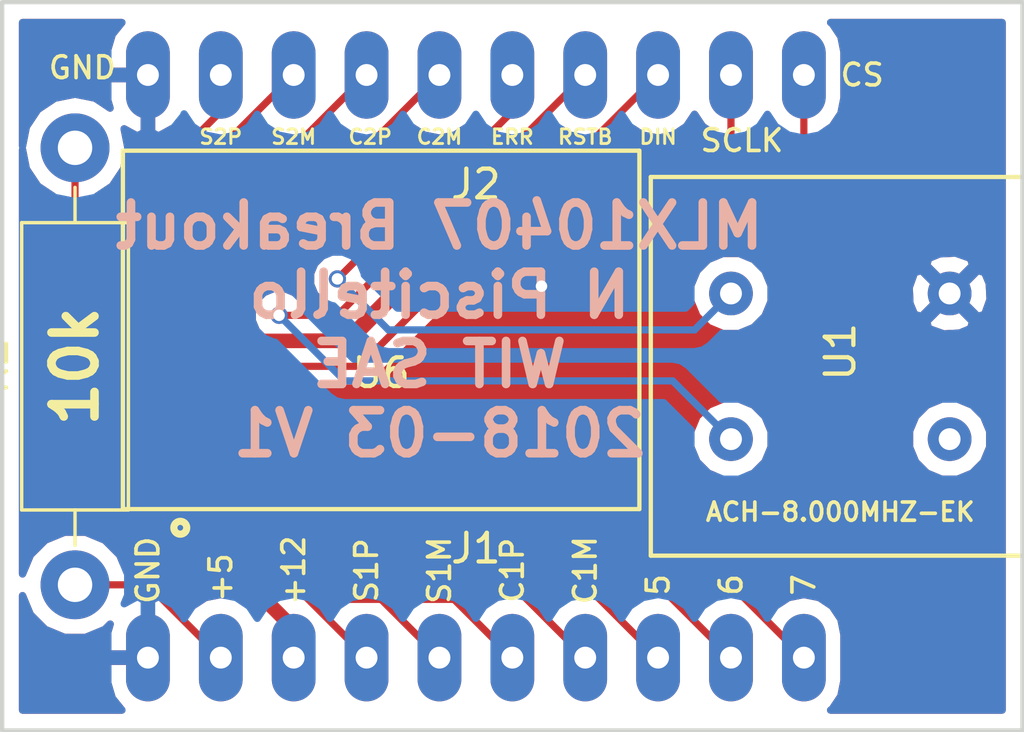
<source format=kicad_pcb>
(kicad_pcb (version 4) (host pcbnew 4.0.7)

  (general
    (links 27)
    (no_connects 0)
    (area 130.785 78.664999 168.983001 104.215001)
    (thickness 1.6)
    (drawings 27)
    (tracks 105)
    (zones 0)
    (modules 5)
    (nets 24)
  )

  (page A4)
  (layers
    (0 F.Cu signal hide)
    (31 B.Cu signal hide)
    (32 B.Adhes user hide)
    (33 F.Adhes user hide)
    (34 B.Paste user hide)
    (35 F.Paste user hide)
    (36 B.SilkS user)
    (37 F.SilkS user)
    (38 B.Mask user hide)
    (39 F.Mask user hide)
    (40 Dwgs.User user hide)
    (41 Cmts.User user hide)
    (42 Eco1.User user hide)
    (43 Eco2.User user hide)
    (44 Edge.Cuts user)
    (45 Margin user hide)
    (46 B.CrtYd user hide)
    (47 F.CrtYd user hide)
    (48 B.Fab user hide)
    (49 F.Fab user hide)
  )

  (setup
    (last_trace_width 0.25)
    (user_trace_width 0.498348)
    (trace_clearance 0.2)
    (zone_clearance 0.508)
    (zone_45_only no)
    (trace_min 0.2)
    (segment_width 0.2)
    (edge_width 0.15)
    (via_size 0.6)
    (via_drill 0.4)
    (via_min_size 0.4)
    (via_min_drill 0.3)
    (uvia_size 0.3)
    (uvia_drill 0.1)
    (uvias_allowed no)
    (uvia_min_size 0.2)
    (uvia_min_drill 0.1)
    (pcb_text_width 0.3)
    (pcb_text_size 1.5 1.5)
    (mod_edge_width 0.15)
    (mod_text_size 1 1)
    (mod_text_width 0.15)
    (pad_size 1.524 1.524)
    (pad_drill 0.762)
    (pad_to_mask_clearance 0.2)
    (aux_axis_origin 0 0)
    (grid_origin 137.16 101.6)
    (visible_elements 7FFCFE09)
    (pcbplotparams
      (layerselection 0x00030_80000001)
      (usegerberextensions false)
      (excludeedgelayer true)
      (linewidth 0.100000)
      (plotframeref false)
      (viasonmask false)
      (mode 1)
      (useauxorigin false)
      (hpglpennumber 1)
      (hpglpenspeed 20)
      (hpglpendiameter 15)
      (hpglpenoverlay 2)
      (psnegative false)
      (psa4output false)
      (plotreference true)
      (plotvalue true)
      (plotinvisibletext false)
      (padsonsilk false)
      (subtractmaskfromsilk false)
      (outputformat 1)
      (mirror false)
      (drillshape 1)
      (scaleselection 1)
      (outputdirectory ""))
  )

  (net 0 "")
  (net 1 /ERR)
  (net 2 /COS1M)
  (net 3 /OUT5)
  (net 4 /OUT6)
  (net 5 /OUT7)
  (net 6 /+12V)
  (net 7 /CS)
  (net 8 /SCLK)
  (net 9 /SIN1P)
  (net 10 /SIN1M)
  (net 11 /GND)
  (net 12 /COS1P)
  (net 13 /DIN)
  (net 14 /COS2M)
  (net 15 /COS2P)
  (net 16 /SIN2M)
  (net 17 /SIN2P)
  (net 18 /+5V)
  (net 19 /RSTB)
  (net 20 "Net-(U1-Pad8)")
  (net 21 "Net-(U1-Pad5)")
  (net 22 "Net-(U1-Pad1)")
  (net 23 "Net-(U6-Pad10)")

  (net_class Default "This is the default net class."
    (clearance 0.2)
    (trace_width 0.25)
    (via_dia 0.6)
    (via_drill 0.4)
    (uvia_dia 0.3)
    (uvia_drill 0.1)
    (add_net /+12V)
    (add_net /+5V)
    (add_net /COS1M)
    (add_net /COS1P)
    (add_net /COS2M)
    (add_net /COS2P)
    (add_net /CS)
    (add_net /DIN)
    (add_net /ERR)
    (add_net /GND)
    (add_net /OUT5)
    (add_net /OUT6)
    (add_net /OUT7)
    (add_net /RSTB)
    (add_net /SCLK)
    (add_net /SIN1M)
    (add_net /SIN1P)
    (add_net /SIN2M)
    (add_net /SIN2P)
    (add_net "Net-(U1-Pad1)")
    (add_net "Net-(U1-Pad5)")
    (add_net "Net-(U1-Pad8)")
    (add_net "Net-(U6-Pad10)")
  )

  (module Resistors_THT:R_Axial_DIN0411_L9.9mm_D3.6mm_P15.24mm_Horizontal (layer F.Cu) (tedit 5874F706) (tstamp 5AA93802)
    (at 134.62 99.06 90)
    (descr "Resistor, Axial_DIN0411 series, Axial, Horizontal, pin pitch=15.24mm, 1W = 1/1W, length*diameter=9.9*3.6mm^2")
    (tags "Resistor Axial_DIN0411 series Axial Horizontal pin pitch 15.24mm 1W = 1/1W length 9.9mm diameter 3.6mm")
    (path /5A652550)
    (fp_text reference R2 (at 7.62 -2.86 90) (layer F.SilkS)
      (effects (font (size 1 1) (thickness 0.15)))
    )
    (fp_text value 10k (at 7.62 2.86 90) (layer F.Fab)
      (effects (font (size 1 1) (thickness 0.15)))
    )
    (fp_line (start 2.67 -1.8) (end 2.67 1.8) (layer F.Fab) (width 0.1))
    (fp_line (start 2.67 1.8) (end 12.57 1.8) (layer F.Fab) (width 0.1))
    (fp_line (start 12.57 1.8) (end 12.57 -1.8) (layer F.Fab) (width 0.1))
    (fp_line (start 12.57 -1.8) (end 2.67 -1.8) (layer F.Fab) (width 0.1))
    (fp_line (start 0 0) (end 2.67 0) (layer F.Fab) (width 0.1))
    (fp_line (start 15.24 0) (end 12.57 0) (layer F.Fab) (width 0.1))
    (fp_line (start 2.61 -1.86) (end 2.61 1.86) (layer F.SilkS) (width 0.12))
    (fp_line (start 2.61 1.86) (end 12.63 1.86) (layer F.SilkS) (width 0.12))
    (fp_line (start 12.63 1.86) (end 12.63 -1.86) (layer F.SilkS) (width 0.12))
    (fp_line (start 12.63 -1.86) (end 2.61 -1.86) (layer F.SilkS) (width 0.12))
    (fp_line (start 1.38 0) (end 2.61 0) (layer F.SilkS) (width 0.12))
    (fp_line (start 13.86 0) (end 12.63 0) (layer F.SilkS) (width 0.12))
    (fp_line (start -1.45 -2.15) (end -1.45 2.15) (layer F.CrtYd) (width 0.05))
    (fp_line (start -1.45 2.15) (end 16.7 2.15) (layer F.CrtYd) (width 0.05))
    (fp_line (start 16.7 2.15) (end 16.7 -2.15) (layer F.CrtYd) (width 0.05))
    (fp_line (start 16.7 -2.15) (end -1.45 -2.15) (layer F.CrtYd) (width 0.05))
    (pad 1 thru_hole circle (at 0 0 90) (size 2.4 2.4) (drill 1.2) (layers *.Cu *.Mask)
      (net 18 /+5V))
    (pad 2 thru_hole oval (at 15.24 0 90) (size 2.4 2.4) (drill 1.2) (layers *.Cu *.Mask)
      (net 1 /ERR))
    (model ${KISYS3DMOD}/Resistors_THT.3dshapes/R_Axial_DIN0411_L9.9mm_D3.6mm_P15.24mm_Horizontal.wrl
      (at (xyz 0 0 0))
      (scale (xyz 0.393701 0.393701 0.393701))
      (rotate (xyz 0 0 0))
    )
  )

  (module footprints:MLX10407 (layer F.Cu) (tedit 5AA92CB6) (tstamp 5AA93837)
    (at 145.288 90.17)
    (path /5A651546)
    (fp_text reference U6 (at 0 1.5) (layer F.SilkS)
      (effects (font (size 1 1) (thickness 0.15)))
    )
    (fp_text value MLX10407 (at 0 -1.5) (layer F.Fab)
      (effects (font (size 1 1) (thickness 0.15)))
    )
    (fp_circle (center -7 6.9) (end -7 6.8) (layer F.SilkS) (width 0.25))
    (fp_line (start 9 -6.25) (end -9 -6.25) (layer F.SilkS) (width 0.15))
    (fp_line (start -9 -6.25) (end -9 6.25) (layer F.SilkS) (width 0.15))
    (fp_line (start -9 6.25) (end 9 6.25) (layer F.SilkS) (width 0.15))
    (fp_line (start 9 6.25) (end 9 -6.25) (layer F.SilkS) (width 0.15))
    (fp_line (start 8.5 -5.75) (end -8.5 -5.75) (layer F.CrtYd) (width 0.15))
    (fp_line (start -8.5 -5.75) (end -8.5 5.75) (layer F.CrtYd) (width 0.15))
    (fp_line (start -8.5 5.75) (end 8.5 5.75) (layer F.CrtYd) (width 0.15))
    (fp_line (start 8.5 5.75) (end 8.5 -5.75) (layer F.CrtYd) (width 0.15))
    (pad 6 smd rect (at -0.635 4.4) (size 0.8 2.4) (layers F.Cu F.Paste F.Mask)
      (net 2 /COS1M))
    (pad 7 smd rect (at 0.635 4.4) (size 0.8 2.4) (layers F.Cu F.Paste F.Mask)
      (net 3 /OUT5))
    (pad 8 smd rect (at 1.905 4.4) (size 0.8 2.4) (layers F.Cu F.Paste F.Mask)
      (net 4 /OUT6))
    (pad 9 smd rect (at 3.175 4.4) (size 0.8 2.4) (layers F.Cu F.Paste F.Mask)
      (net 5 /OUT7))
    (pad 10 smd rect (at 4.445 4.4) (size 0.8 2.4) (layers F.Cu F.Paste F.Mask)
      (net 23 "Net-(U6-Pad10)"))
    (pad 11 smd rect (at 5.715 4.4) (size 0.8 2.4) (layers F.Cu F.Paste F.Mask)
      (net 7 /CS))
    (pad 12 smd rect (at 6.985 4.4) (size 0.8 2.4) (layers F.Cu F.Paste F.Mask)
      (net 8 /SCLK))
    (pad 1 smd rect (at -6.985 4.4) (size 0.8 2.4) (layers F.Cu F.Paste F.Mask)
      (net 6 /+12V))
    (pad 2 smd rect (at -5.715 4.4) (size 0.8 2.4) (layers F.Cu F.Paste F.Mask)
      (net 9 /SIN1P))
    (pad 3 smd rect (at -4.445 4.4) (size 0.8 2.4) (layers F.Cu F.Paste F.Mask)
      (net 10 /SIN1M))
    (pad 4 smd rect (at -3.175 4.4) (size 0.8 2.4) (layers F.Cu F.Paste F.Mask)
      (net 11 /GND))
    (pad 5 smd rect (at -1.905 4.4) (size 0.8 2.4) (layers F.Cu F.Paste F.Mask)
      (net 12 /COS1P))
    (pad 13 smd rect (at 6.985 -4.4) (size 0.8 2.4) (layers F.Cu F.Paste F.Mask)
      (net 13 /DIN))
    (pad 14 smd rect (at 5.715 -4.4) (size 0.8 2.4) (layers F.Cu F.Paste F.Mask)
      (net 11 /GND))
    (pad 15 smd rect (at 4.445 -4.4) (size 0.8 2.4) (layers F.Cu F.Paste F.Mask)
      (net 19 /RSTB))
    (pad 16 smd rect (at 3.175 -4.4) (size 0.8 2.4) (layers F.Cu F.Paste F.Mask)
      (net 1 /ERR))
    (pad 17 smd rect (at 1.905 -4.4) (size 0.8 2.4) (layers F.Cu F.Paste F.Mask)
      (net 11 /GND))
    (pad 18 smd rect (at 0.635 -4.4) (size 0.8 2.4) (layers F.Cu F.Paste F.Mask)
      (net 20 "Net-(U1-Pad8)"))
    (pad 19 smd rect (at -0.635 -4.4) (size 0.8 2.4) (layers F.Cu F.Paste F.Mask)
      (net 21 "Net-(U1-Pad5)"))
    (pad 20 smd rect (at -1.905 -4.4) (size 0.8 2.4) (layers F.Cu F.Paste F.Mask)
      (net 14 /COS2M))
    (pad 21 smd rect (at -3.175 -4.4) (size 0.8 2.4) (layers F.Cu F.Paste F.Mask)
      (net 15 /COS2P))
    (pad 22 smd rect (at -4.445 -4.4) (size 0.8 2.4) (layers F.Cu F.Paste F.Mask)
      (net 11 /GND))
    (pad 23 smd rect (at -5.715 -4.4) (size 0.8 2.4) (layers F.Cu F.Paste F.Mask)
      (net 16 /SIN2M))
    (pad 24 smd rect (at -6.985 -4.4) (size 0.8 2.4) (layers F.Cu F.Paste F.Mask)
      (net 17 /SIN2P))
  )

  (module footprints:10P_PIN_HEADER (layer F.Cu) (tedit 5AA936D8) (tstamp 5AA937EE)
    (at 148.59 101.6)
    (path /5AA9311C)
    (fp_text reference J1 (at 0 -3.81) (layer F.SilkS)
      (effects (font (size 1 1) (thickness 0.15)))
    )
    (fp_text value Conn_01x10_Male (at 0 -5.08) (layer F.Fab)
      (effects (font (size 1 1) (thickness 0.15)))
    )
    (pad 1 thru_hole oval (at -11.43 0) (size 1.524 3.048) (drill 0.762) (layers *.Cu *.Mask)
      (net 11 /GND))
    (pad 2 thru_hole oval (at -8.89 0) (size 1.524 3.048) (drill 0.762) (layers *.Cu *.Mask)
      (net 18 /+5V))
    (pad 3 thru_hole oval (at -6.35 0) (size 1.524 3.048) (drill 0.762) (layers *.Cu *.Mask)
      (net 6 /+12V))
    (pad 4 thru_hole oval (at -3.81 0) (size 1.524 3.048) (drill 0.762) (layers *.Cu *.Mask)
      (net 9 /SIN1P))
    (pad 5 thru_hole oval (at -1.27 0) (size 1.524 3.048) (drill 0.762) (layers *.Cu *.Mask)
      (net 10 /SIN1M))
    (pad 6 thru_hole oval (at 1.27 0) (size 1.524 3.048) (drill 0.762) (layers *.Cu *.Mask)
      (net 12 /COS1P))
    (pad 7 thru_hole oval (at 3.81 0) (size 1.524 3.048) (drill 0.762) (layers *.Cu *.Mask)
      (net 2 /COS1M))
    (pad 8 thru_hole oval (at 6.35 0) (size 1.524 3.048) (drill 0.762) (layers *.Cu *.Mask)
      (net 3 /OUT5))
    (pad 9 thru_hole oval (at 8.89 0) (size 1.524 3.048) (drill 0.762) (layers *.Cu *.Mask)
      (net 4 /OUT6))
    (pad 10 thru_hole oval (at 11.43 0) (size 1.524 3.048) (drill 0.762) (layers *.Cu *.Mask)
      (net 5 /OUT7))
  )

  (module footprints:10P_PIN_HEADER (layer F.Cu) (tedit 5AA936D8) (tstamp 5AA937FC)
    (at 148.59 81.28 180)
    (path /5AA9314E)
    (fp_text reference J2 (at 0 -3.81 180) (layer F.SilkS)
      (effects (font (size 1 1) (thickness 0.15)))
    )
    (fp_text value Conn_01x10_Male (at 0 -5.08 180) (layer F.Fab)
      (effects (font (size 1 1) (thickness 0.15)))
    )
    (pad 1 thru_hole oval (at -11.43 0 180) (size 1.524 3.048) (drill 0.762) (layers *.Cu *.Mask)
      (net 7 /CS))
    (pad 2 thru_hole oval (at -8.89 0 180) (size 1.524 3.048) (drill 0.762) (layers *.Cu *.Mask)
      (net 8 /SCLK))
    (pad 3 thru_hole oval (at -6.35 0 180) (size 1.524 3.048) (drill 0.762) (layers *.Cu *.Mask)
      (net 13 /DIN))
    (pad 4 thru_hole oval (at -3.81 0 180) (size 1.524 3.048) (drill 0.762) (layers *.Cu *.Mask)
      (net 19 /RSTB))
    (pad 5 thru_hole oval (at -1.27 0 180) (size 1.524 3.048) (drill 0.762) (layers *.Cu *.Mask)
      (net 1 /ERR))
    (pad 6 thru_hole oval (at 1.27 0 180) (size 1.524 3.048) (drill 0.762) (layers *.Cu *.Mask)
      (net 14 /COS2M))
    (pad 7 thru_hole oval (at 3.81 0 180) (size 1.524 3.048) (drill 0.762) (layers *.Cu *.Mask)
      (net 15 /COS2P))
    (pad 8 thru_hole oval (at 6.35 0 180) (size 1.524 3.048) (drill 0.762) (layers *.Cu *.Mask)
      (net 16 /SIN2M))
    (pad 9 thru_hole oval (at 8.89 0 180) (size 1.524 3.048) (drill 0.762) (layers *.Cu *.Mask)
      (net 17 /SIN2P))
    (pad 10 thru_hole oval (at 11.43 0 180) (size 1.524 3.048) (drill 0.762) (layers *.Cu *.Mask)
      (net 11 /GND))
  )

  (module footprints:ACH-8_000MHZ-EK (layer F.Cu) (tedit 5AA94353) (tstamp 5AA93812)
    (at 161.29 91.44 90)
    (path /5AA92F4A)
    (fp_text reference U1 (at 0.508 0 90) (layer F.SilkS)
      (effects (font (size 1 1) (thickness 0.15)))
    )
    (fp_text value ACH-8_000MHZ-EK (at 0 -7.62 90) (layer F.Fab)
      (effects (font (size 1 1) (thickness 0.15)))
    )
    (fp_circle (center -6.096 7.239) (end -6.096 7.112) (layer F.SilkS) (width 0.254))
    (fp_line (start -6.604 -6.604) (end -6.604 6.604) (layer F.SilkS) (width 0.15))
    (fp_line (start -6.604 6.604) (end 6.604 6.604) (layer F.SilkS) (width 0.15))
    (fp_line (start 6.604 6.604) (end 6.604 -6.604) (layer F.SilkS) (width 0.15))
    (fp_line (start 6.604 -6.604) (end -6.604 -6.604) (layer F.SilkS) (width 0.15))
    (fp_line (start 6.35 -6.35) (end -6.35 -6.35) (layer F.CrtYd) (width 0.15))
    (fp_line (start -6.35 -6.35) (end -6.35 6.35) (layer F.CrtYd) (width 0.15))
    (fp_line (start -6.35 6.35) (end 6.35 6.35) (layer F.CrtYd) (width 0.15))
    (fp_line (start 6.35 6.35) (end 6.35 -6.35) (layer F.CrtYd) (width 0.15))
    (pad 8 thru_hole circle (at -2.54 -3.81 90) (size 1.524 1.524) (drill 0.762) (layers *.Cu *.Mask)
      (net 20 "Net-(U1-Pad8)"))
    (pad 5 thru_hole circle (at 2.54 -3.81 90) (size 1.524 1.524) (drill 0.762) (layers *.Cu *.Mask)
      (net 21 "Net-(U1-Pad5)"))
    (pad 4 thru_hole circle (at 2.54 3.81 90) (size 1.524 1.524) (drill 0.762) (layers *.Cu *.Mask)
      (net 11 /GND))
    (pad 1 thru_hole circle (at -2.54 3.81 90) (size 1.524 1.524) (drill 0.762) (layers *.Cu *.Mask)
      (net 22 "Net-(U1-Pad1)"))
  )

  (gr_text DIN (at 154.94 83.439) (layer F.SilkS)
    (effects (font (size 0.508 0.508) (thickness 0.1016)))
  )
  (gr_text RSTB (at 152.4 83.439) (layer F.SilkS)
    (effects (font (size 0.508 0.508) (thickness 0.1016)))
  )
  (gr_text ERR (at 149.86 83.439) (layer F.SilkS)
    (effects (font (size 0.508 0.508) (thickness 0.1016)))
  )
  (gr_text C2M (at 147.32 83.439) (layer F.SilkS)
    (effects (font (size 0.508 0.508) (thickness 0.1016)))
  )
  (gr_text C2P (at 144.907 83.439) (layer F.SilkS)
    (effects (font (size 0.508 0.508) (thickness 0.1016)))
  )
  (gr_text S2M (at 142.24 83.439) (layer F.SilkS)
    (effects (font (size 0.508 0.508) (thickness 0.1016)))
  )
  (gr_text CS (at 162.052 81.28) (layer F.SilkS)
    (effects (font (size 0.762 0.762) (thickness 0.127)))
  )
  (gr_text SCLK (at 157.861 83.566) (layer F.SilkS)
    (effects (font (size 0.762 0.762) (thickness 0.127)))
  )
  (gr_text S2P (at 139.7 83.439) (layer F.SilkS)
    (effects (font (size 0.508 0.508) (thickness 0.1016)))
  )
  (gr_text 7 (at 160.02 99.06 90) (layer F.SilkS)
    (effects (font (size 0.762 0.762) (thickness 0.127)))
  )
  (gr_text 6 (at 157.48 99.06 90) (layer F.SilkS)
    (effects (font (size 0.762 0.762) (thickness 0.127)))
  )
  (gr_text 5 (at 154.94 99.06 90) (layer F.SilkS)
    (effects (font (size 0.762 0.762) (thickness 0.127)))
  )
  (gr_text C1M (at 152.4 98.552 90) (layer F.SilkS)
    (effects (font (size 0.762 0.762) (thickness 0.127)))
  )
  (gr_text C1P (at 149.86 98.552 90) (layer F.SilkS)
    (effects (font (size 0.762 0.762) (thickness 0.127)))
  )
  (gr_text S1M (at 147.32 98.552 90) (layer F.SilkS)
    (effects (font (size 0.762 0.762) (thickness 0.127)))
  )
  (gr_text S1P (at 144.78 98.552 90) (layer F.SilkS)
    (effects (font (size 0.762 0.762) (thickness 0.127)))
  )
  (gr_text +12 (at 142.24 98.552 90) (layer F.SilkS)
    (effects (font (size 0.762 0.762) (thickness 0.127)))
  )
  (gr_text +5 (at 139.7 98.806 90) (layer F.SilkS)
    (effects (font (size 0.762 0.762) (thickness 0.127)))
  )
  (gr_text GND (at 137.16 98.552 90) (layer F.SilkS)
    (effects (font (size 0.762 0.762) (thickness 0.127)))
  )
  (gr_text GND (at 134.874 81.026) (layer F.SilkS)
    (effects (font (size 0.762 0.762) (thickness 0.127)))
  )
  (gr_line (start 167.64 104.14) (end 132.08 104.14) (angle 90) (layer Edge.Cuts) (width 0.15))
  (gr_line (start 132.08 78.74) (end 167.64 78.74) (angle 90) (layer Edge.Cuts) (width 0.15))
  (gr_line (start 167.64 78.74) (end 167.64 104.14) (angle 90) (layer Edge.Cuts) (width 0.15))
  (gr_line (start 132.08 78.74) (end 132.08 104.14) (angle 90) (layer Edge.Cuts) (width 0.15))
  (gr_text "MLX10407 Breakout\nN Piscitello\nWIT SAE\n2018-03 V1" (at 147.32 90.17) (layer B.SilkS)
    (effects (font (size 1.5 1.5) (thickness 0.3)) (justify mirror))
  )
  (gr_text ACH-8.000MHZ-EK (at 161.29 96.52) (layer F.SilkS)
    (effects (font (size 0.635 0.635) (thickness 0.127)))
  )
  (gr_text 10k (at 134.62 91.44 90) (layer F.SilkS)
    (effects (font (size 1.5 1.5) (thickness 0.3)))
  )

  (segment (start 145.415 94.57) (end 145.415 95.377) (width 0.25) (layer F.Cu) (net 0) (status 30))
  (segment (start 140.335 94.57) (end 140.335 95.631) (width 0.25) (layer F.Cu) (net 0) (status 30))
  (segment (start 151.81 85.815) (end 151.765 85.77) (width 0.25) (layer F.Cu) (net 0) (tstamp 5AA93972) (status 30))
  (segment (start 144.145 94.57) (end 144.145 95.377) (width 0.25) (layer F.Cu) (net 0) (status 30))
  (segment (start 148.463 85.77) (end 148.463 87.503) (width 0.25) (layer F.Cu) (net 1))
  (segment (start 134.62 88.9) (end 134.62 83.82) (width 0.25) (layer F.Cu) (net 1) (tstamp 5AA946F1))
  (segment (start 137.16 91.44) (end 134.62 88.9) (width 0.25) (layer F.Cu) (net 1) (tstamp 5AA946EF))
  (segment (start 144.526 91.44) (end 137.16 91.44) (width 0.25) (layer F.Cu) (net 1) (tstamp 5AA946EA))
  (segment (start 148.463 87.503) (end 144.526 91.44) (width 0.25) (layer F.Cu) (net 1) (tstamp 5AA946E3))
  (segment (start 148.463 85.77) (end 148.463 83.947) (width 0.25) (layer F.Cu) (net 1))
  (segment (start 148.463 83.947) (end 149.86 82.55) (width 0.25) (layer F.Cu) (net 1) (tstamp 5AA94598))
  (segment (start 149.86 82.55) (end 149.86 81.28) (width 0.25) (layer F.Cu) (net 1) (tstamp 5AA9459A))
  (segment (start 149.86 99.06) (end 152.4 101.6) (width 0.25) (layer F.Cu) (net 2) (tstamp 5AA945DF))
  (segment (start 147.32 99.06) (end 149.86 99.06) (width 0.25) (layer F.Cu) (net 2) (tstamp 5AA945DD))
  (segment (start 144.653 96.393) (end 147.32 99.06) (width 0.25) (layer F.Cu) (net 2) (tstamp 5AA945DC))
  (segment (start 144.653 94.57) (end 144.653 96.393) (width 0.25) (layer F.Cu) (net 2))
  (segment (start 145.923 94.57) (end 145.923 96.393) (width 0.25) (layer F.Cu) (net 3))
  (segment (start 151.892 98.552) (end 154.94 101.6) (width 0.25) (layer F.Cu) (net 3) (tstamp 5AA945E9))
  (segment (start 148.082 98.552) (end 151.892 98.552) (width 0.25) (layer F.Cu) (net 3) (tstamp 5AA945E7))
  (segment (start 145.923 96.393) (end 148.082 98.552) (width 0.25) (layer F.Cu) (net 3) (tstamp 5AA945E6))
  (segment (start 147.193 94.57) (end 147.193 96.393) (width 0.25) (layer F.Cu) (net 4))
  (segment (start 153.924 98.044) (end 157.48 101.6) (width 0.25) (layer F.Cu) (net 4) (tstamp 5AA945F0))
  (segment (start 148.844 98.044) (end 153.924 98.044) (width 0.25) (layer F.Cu) (net 4) (tstamp 5AA945EE))
  (segment (start 147.193 96.393) (end 148.844 98.044) (width 0.25) (layer F.Cu) (net 4) (tstamp 5AA945ED))
  (segment (start 148.463 94.57) (end 148.463 96.393) (width 0.25) (layer F.Cu) (net 5))
  (segment (start 155.956 97.536) (end 160.02 101.6) (width 0.25) (layer F.Cu) (net 5) (tstamp 5AA945F7))
  (segment (start 149.606 97.536) (end 155.956 97.536) (width 0.25) (layer F.Cu) (net 5) (tstamp 5AA945F5))
  (segment (start 148.463 96.393) (end 149.606 97.536) (width 0.25) (layer F.Cu) (net 5) (tstamp 5AA945F4))
  (segment (start 138.303 94.57) (end 138.303 96.647) (width 0.498348) (layer F.Cu) (net 6))
  (segment (start 138.303 96.647) (end 142.24 100.584) (width 0.498348) (layer F.Cu) (net 6) (tstamp 5AA94BCF))
  (segment (start 142.24 100.584) (end 142.24 101.6) (width 0.498348) (layer F.Cu) (net 6) (tstamp 5AA94BD2))
  (segment (start 142.24 100.33) (end 142.24 101.6) (width 0.25) (layer F.Cu) (net 6) (tstamp 5AA945A7))
  (segment (start 151.003 94.57) (end 151.003 96.393) (width 0.25) (layer F.Cu) (net 7))
  (segment (start 160.02 85.344) (end 160.02 81.28) (width 0.25) (layer F.Cu) (net 7) (tstamp 5AA9460A))
  (segment (start 162.56 87.884) (end 160.02 85.344) (width 0.25) (layer F.Cu) (net 7) (tstamp 5AA94608))
  (segment (start 162.56 94.488) (end 162.56 87.884) (width 0.25) (layer F.Cu) (net 7) (tstamp 5AA94606))
  (segment (start 160.274 96.774) (end 162.56 94.488) (width 0.25) (layer F.Cu) (net 7) (tstamp 5AA94604))
  (segment (start 151.384 96.774) (end 160.274 96.774) (width 0.25) (layer F.Cu) (net 7) (tstamp 5AA94603))
  (segment (start 151.003 96.393) (end 151.384 96.774) (width 0.25) (layer F.Cu) (net 7) (tstamp 5AA94602))
  (segment (start 152.273 94.57) (end 154.514 94.57) (width 0.25) (layer F.Cu) (net 8))
  (segment (start 157.48 84.328) (end 157.48 81.28) (width 0.25) (layer F.Cu) (net 8) (tstamp 5AA94618))
  (segment (start 161.544 88.392) (end 157.48 84.328) (width 0.25) (layer F.Cu) (net 8) (tstamp 5AA94616))
  (segment (start 161.544 93.98) (end 161.544 88.392) (width 0.25) (layer F.Cu) (net 8) (tstamp 5AA94614))
  (segment (start 159.512 96.012) (end 161.544 93.98) (width 0.25) (layer F.Cu) (net 8) (tstamp 5AA94612))
  (segment (start 155.956 96.012) (end 159.512 96.012) (width 0.25) (layer F.Cu) (net 8) (tstamp 5AA94610))
  (segment (start 154.514 94.57) (end 155.956 96.012) (width 0.25) (layer F.Cu) (net 8) (tstamp 5AA9460E))
  (segment (start 139.573 96.393) (end 144.78 101.6) (width 0.25) (layer F.Cu) (net 9) (tstamp 5AA945AB))
  (segment (start 139.573 94.57) (end 139.573 96.393) (width 0.25) (layer F.Cu) (net 9))
  (segment (start 145.288 99.568) (end 147.32 101.6) (width 0.25) (layer F.Cu) (net 10) (tstamp 5AA945D1))
  (segment (start 144.018 99.568) (end 145.288 99.568) (width 0.25) (layer F.Cu) (net 10) (tstamp 5AA945CF))
  (segment (start 140.843 96.393) (end 144.018 99.568) (width 0.25) (layer F.Cu) (net 10) (tstamp 5AA945CD))
  (segment (start 140.843 94.57) (end 140.843 96.393) (width 0.25) (layer F.Cu) (net 10))
  (segment (start 137.16 101.6) (end 137.16 81.28) (width 0.25) (layer B.Cu) (net 11))
  (segment (start 137.16 81.28) (end 137.16 89.916) (width 0.25) (layer F.Cu) (net 11))
  (segment (start 137.16 89.916) (end 137.668 90.424) (width 0.25) (layer F.Cu) (net 11) (tstamp 5AA94709))
  (segment (start 144.018 90.424) (end 137.668 90.424) (width 0.25) (layer F.Cu) (net 11) (tstamp 5AA94635))
  (segment (start 147.193 87.249) (end 144.018 90.424) (width 0.25) (layer F.Cu) (net 11) (tstamp 5AA94633))
  (segment (start 147.193 85.77) (end 147.193 87.249) (width 0.25) (layer F.Cu) (net 11))
  (segment (start 140.843 87.249) (end 137.668 90.424) (width 0.25) (layer F.Cu) (net 11) (tstamp 5AA94628))
  (segment (start 140.843 85.77) (end 140.843 87.249) (width 0.25) (layer F.Cu) (net 11))
  (segment (start 151.003 85.77) (end 151.003 88.519) (width 0.25) (layer F.Cu) (net 11))
  (segment (start 163.068 86.868) (end 165.1 88.9) (width 0.25) (layer B.Cu) (net 11) (tstamp 5AA94648))
  (segment (start 152.654 86.868) (end 163.068 86.868) (width 0.25) (layer B.Cu) (net 11) (tstamp 5AA94646))
  (segment (start 150.876 88.646) (end 152.654 86.868) (width 0.25) (layer B.Cu) (net 11) (tstamp 5AA94645))
  (via (at 150.876 88.646) (size 0.6) (drill 0.4) (layers F.Cu B.Cu) (net 11))
  (segment (start 151.003 88.519) (end 150.876 88.646) (width 0.25) (layer F.Cu) (net 11) (tstamp 5AA94643))
  (segment (start 147.828 99.568) (end 149.86 101.6) (width 0.25) (layer F.Cu) (net 12) (tstamp 5AA945D8))
  (segment (start 146.558 99.568) (end 147.828 99.568) (width 0.25) (layer F.Cu) (net 12) (tstamp 5AA945D6))
  (segment (start 143.383 96.393) (end 146.558 99.568) (width 0.25) (layer F.Cu) (net 12) (tstamp 5AA945D5))
  (segment (start 143.383 94.57) (end 143.383 96.393) (width 0.25) (layer F.Cu) (net 12))
  (segment (start 152.273 85.77) (end 152.273 83.947) (width 0.25) (layer F.Cu) (net 13))
  (segment (start 152.273 83.947) (end 154.94 81.28) (width 0.25) (layer F.Cu) (net 13) (tstamp 5AA945A1))
  (segment (start 154.94 82.296) (end 154.94 81.28) (width 0.25) (layer F.Cu) (net 13) (tstamp 5AA93FBF) (status 20))
  (segment (start 143.383 85.77) (end 143.383 83.947) (width 0.25) (layer F.Cu) (net 14))
  (segment (start 145.034 83.566) (end 147.32 81.28) (width 0.25) (layer F.Cu) (net 14) (tstamp 5AA94594))
  (segment (start 143.764 83.566) (end 145.034 83.566) (width 0.25) (layer F.Cu) (net 14) (tstamp 5AA94593))
  (segment (start 143.383 83.947) (end 143.764 83.566) (width 0.25) (layer F.Cu) (net 14) (tstamp 5AA94592))
  (segment (start 147.32 82.042) (end 147.32 81.28) (width 0.25) (layer F.Cu) (net 14) (tstamp 5AA93FD0) (status 30))
  (segment (start 142.113 85.77) (end 142.113 83.947) (width 0.25) (layer F.Cu) (net 15))
  (segment (start 142.113 83.947) (end 144.78 81.28) (width 0.25) (layer F.Cu) (net 15) (tstamp 5AA9458D))
  (segment (start 144.78 82.042) (end 144.78 81.28) (width 0.25) (layer F.Cu) (net 15) (tstamp 5AA93FD5) (status 20))
  (segment (start 139.573 85.77) (end 139.573 83.947) (width 0.25) (layer F.Cu) (net 16))
  (segment (start 139.573 83.947) (end 142.24 81.28) (width 0.25) (layer F.Cu) (net 16) (tstamp 5AA94589))
  (segment (start 142.24 82.042) (end 142.24 81.28) (width 0.25) (layer F.Cu) (net 16) (tstamp 5AA93FDB) (status 20))
  (segment (start 138.303 85.77) (end 138.303 83.947) (width 0.25) (layer F.Cu) (net 17))
  (segment (start 138.303 83.947) (end 139.7 82.55) (width 0.25) (layer F.Cu) (net 17) (tstamp 5AA94584))
  (segment (start 139.7 82.55) (end 139.7 81.28) (width 0.25) (layer F.Cu) (net 17) (tstamp 5AA94585))
  (segment (start 134.62 99.06) (end 137.16 99.06) (width 0.25) (layer F.Cu) (net 18))
  (segment (start 137.16 99.06) (end 139.7 101.6) (width 0.25) (layer F.Cu) (net 18) (tstamp 5AA94713))
  (segment (start 149.733 85.77) (end 149.733 83.947) (width 0.25) (layer F.Cu) (net 19))
  (segment (start 149.733 83.947) (end 152.4 81.28) (width 0.25) (layer F.Cu) (net 19) (tstamp 5AA9459E))
  (segment (start 152.4 82.042) (end 152.4 81.28) (width 0.25) (layer F.Cu) (net 19) (tstamp 5AA93FC6) (status 20))
  (segment (start 145.923 85.77) (end 145.923 87.503) (width 0.25) (layer F.Cu) (net 20))
  (segment (start 155.448 91.948) (end 157.48 93.98) (width 0.25) (layer B.Cu) (net 20) (tstamp 5AA94658))
  (segment (start 144.018 91.948) (end 155.448 91.948) (width 0.25) (layer B.Cu) (net 20) (tstamp 5AA94656))
  (segment (start 141.732 89.662) (end 144.018 91.948) (width 0.25) (layer B.Cu) (net 20) (tstamp 5AA94655))
  (via (at 141.732 89.662) (size 0.6) (drill 0.4) (layers F.Cu B.Cu) (net 20))
  (segment (start 143.764 89.662) (end 141.732 89.662) (width 0.25) (layer F.Cu) (net 20) (tstamp 5AA94651))
  (segment (start 145.923 87.503) (end 143.764 89.662) (width 0.25) (layer F.Cu) (net 20) (tstamp 5AA9464F))
  (segment (start 144.653 85.77) (end 144.653 87.503) (width 0.25) (layer F.Cu) (net 21))
  (segment (start 156.21 90.17) (end 157.48 88.9) (width 0.25) (layer B.Cu) (net 21) (tstamp 5AA94667))
  (segment (start 145.542 90.17) (end 156.21 90.17) (width 0.25) (layer B.Cu) (net 21) (tstamp 5AA94665))
  (segment (start 143.764 88.392) (end 145.542 90.17) (width 0.25) (layer B.Cu) (net 21) (tstamp 5AA94664))
  (via (at 143.764 88.392) (size 0.6) (drill 0.4) (layers F.Cu B.Cu) (net 21))
  (segment (start 144.653 87.503) (end 143.764 88.392) (width 0.25) (layer F.Cu) (net 21) (tstamp 5AA94661))

  (zone (net 11) (net_name /GND) (layer B.Cu) (tstamp 5AA94A5D) (hatch edge 0.508)
    (connect_pads (clearance 0.508))
    (min_thickness 0.254)
    (fill yes (arc_segments 16) (thermal_gap 0.508) (thermal_bridge_width 0.508))
    (polygon
      (pts
        (xy 132.08 78.74) (xy 167.64 78.74) (xy 167.64 104.14) (xy 132.08 104.14) (xy 132.08 99.06)
      )
    )
    (filled_polygon
      (pts
        (xy 135.917941 79.866059) (xy 135.763 80.391) (xy 135.763 81.153) (xy 137.033 81.153) (xy 137.033 81.133)
        (xy 137.287 81.133) (xy 137.287 81.153) (xy 137.307 81.153) (xy 137.307 81.407) (xy 137.287 81.407)
        (xy 137.287 83.27372) (xy 137.50307 83.39622) (xy 137.577277 83.38126) (xy 138.058026 83.11963) (xy 138.402059 82.693941)
        (xy 138.419651 82.634338) (xy 138.712172 83.072125) (xy 139.165391 83.374957) (xy 139.7 83.481297) (xy 140.234609 83.374957)
        (xy 140.687828 83.072125) (xy 140.97 82.649826) (xy 141.252172 83.072125) (xy 141.705391 83.374957) (xy 142.24 83.481297)
        (xy 142.774609 83.374957) (xy 143.227828 83.072125) (xy 143.51 82.649826) (xy 143.792172 83.072125) (xy 144.245391 83.374957)
        (xy 144.78 83.481297) (xy 145.314609 83.374957) (xy 145.767828 83.072125) (xy 146.05 82.649826) (xy 146.332172 83.072125)
        (xy 146.785391 83.374957) (xy 147.32 83.481297) (xy 147.854609 83.374957) (xy 148.307828 83.072125) (xy 148.59 82.649826)
        (xy 148.872172 83.072125) (xy 149.325391 83.374957) (xy 149.86 83.481297) (xy 150.394609 83.374957) (xy 150.847828 83.072125)
        (xy 151.13 82.649826) (xy 151.412172 83.072125) (xy 151.865391 83.374957) (xy 152.4 83.481297) (xy 152.934609 83.374957)
        (xy 153.387828 83.072125) (xy 153.67 82.649826) (xy 153.952172 83.072125) (xy 154.405391 83.374957) (xy 154.94 83.481297)
        (xy 155.474609 83.374957) (xy 155.927828 83.072125) (xy 156.21 82.649826) (xy 156.492172 83.072125) (xy 156.945391 83.374957)
        (xy 157.48 83.481297) (xy 158.014609 83.374957) (xy 158.467828 83.072125) (xy 158.75 82.649826) (xy 159.032172 83.072125)
        (xy 159.485391 83.374957) (xy 160.02 83.481297) (xy 160.554609 83.374957) (xy 161.007828 83.072125) (xy 161.31066 82.618906)
        (xy 161.417 82.084297) (xy 161.417 80.475703) (xy 161.31066 79.941094) (xy 161.007828 79.487875) (xy 160.951144 79.45)
        (xy 166.93 79.45) (xy 166.93 103.43) (xy 160.951144 103.43) (xy 161.007828 103.392125) (xy 161.31066 102.938906)
        (xy 161.417 102.404297) (xy 161.417 100.795703) (xy 161.31066 100.261094) (xy 161.007828 99.807875) (xy 160.554609 99.505043)
        (xy 160.02 99.398703) (xy 159.485391 99.505043) (xy 159.032172 99.807875) (xy 158.75 100.230174) (xy 158.467828 99.807875)
        (xy 158.014609 99.505043) (xy 157.48 99.398703) (xy 156.945391 99.505043) (xy 156.492172 99.807875) (xy 156.21 100.230174)
        (xy 155.927828 99.807875) (xy 155.474609 99.505043) (xy 154.94 99.398703) (xy 154.405391 99.505043) (xy 153.952172 99.807875)
        (xy 153.67 100.230174) (xy 153.387828 99.807875) (xy 152.934609 99.505043) (xy 152.4 99.398703) (xy 151.865391 99.505043)
        (xy 151.412172 99.807875) (xy 151.13 100.230174) (xy 150.847828 99.807875) (xy 150.394609 99.505043) (xy 149.86 99.398703)
        (xy 149.325391 99.505043) (xy 148.872172 99.807875) (xy 148.59 100.230174) (xy 148.307828 99.807875) (xy 147.854609 99.505043)
        (xy 147.32 99.398703) (xy 146.785391 99.505043) (xy 146.332172 99.807875) (xy 146.05 100.230174) (xy 145.767828 99.807875)
        (xy 145.314609 99.505043) (xy 144.78 99.398703) (xy 144.245391 99.505043) (xy 143.792172 99.807875) (xy 143.51 100.230174)
        (xy 143.227828 99.807875) (xy 142.774609 99.505043) (xy 142.24 99.398703) (xy 141.705391 99.505043) (xy 141.252172 99.807875)
        (xy 140.97 100.230174) (xy 140.687828 99.807875) (xy 140.234609 99.505043) (xy 139.7 99.398703) (xy 139.165391 99.505043)
        (xy 138.712172 99.807875) (xy 138.419651 100.245662) (xy 138.402059 100.186059) (xy 138.058026 99.76037) (xy 137.577277 99.49874)
        (xy 137.50307 99.48378) (xy 137.287 99.60628) (xy 137.287 101.473) (xy 137.307 101.473) (xy 137.307 101.727)
        (xy 137.287 101.727) (xy 137.287 101.747) (xy 137.033 101.747) (xy 137.033 101.727) (xy 135.763 101.727)
        (xy 135.763 102.489) (xy 135.917941 103.013941) (xy 136.254191 103.43) (xy 132.79 103.43) (xy 132.79 99.436274)
        (xy 133.063455 100.098086) (xy 133.579199 100.61473) (xy 134.253395 100.894681) (xy 134.983403 100.895318) (xy 135.658086 100.616545)
        (xy 135.84635 100.428609) (xy 135.763 100.711) (xy 135.763 101.473) (xy 137.033 101.473) (xy 137.033 99.60628)
        (xy 136.81693 99.48378) (xy 136.742723 99.49874) (xy 136.331889 99.722322) (xy 136.454681 99.426605) (xy 136.455318 98.696597)
        (xy 136.176545 98.021914) (xy 135.660801 97.50527) (xy 134.986605 97.225319) (xy 134.256597 97.224682) (xy 133.581914 97.503455)
        (xy 133.06527 98.019199) (xy 132.79 98.682122) (xy 132.79 89.847167) (xy 140.796838 89.847167) (xy 140.938883 90.190943)
        (xy 141.201673 90.454192) (xy 141.545201 90.596838) (xy 141.592077 90.596879) (xy 143.480599 92.485401) (xy 143.72716 92.650148)
        (xy 144.018 92.708) (xy 155.133198 92.708) (xy 156.095817 93.670619) (xy 156.083243 93.7009) (xy 156.082758 94.256661)
        (xy 156.29499 94.770303) (xy 156.68763 95.163629) (xy 157.2009 95.376757) (xy 157.756661 95.377242) (xy 158.270303 95.16501)
        (xy 158.663629 94.77237) (xy 158.876757 94.2591) (xy 158.876759 94.256661) (xy 163.702758 94.256661) (xy 163.91499 94.770303)
        (xy 164.30763 95.163629) (xy 164.8209 95.376757) (xy 165.376661 95.377242) (xy 165.890303 95.16501) (xy 166.283629 94.77237)
        (xy 166.496757 94.2591) (xy 166.497242 93.703339) (xy 166.28501 93.189697) (xy 165.89237 92.796371) (xy 165.3791 92.583243)
        (xy 164.823339 92.582758) (xy 164.309697 92.79499) (xy 163.916371 93.18763) (xy 163.703243 93.7009) (xy 163.702758 94.256661)
        (xy 158.876759 94.256661) (xy 158.877242 93.703339) (xy 158.66501 93.189697) (xy 158.27237 92.796371) (xy 157.7591 92.583243)
        (xy 157.203339 92.582758) (xy 157.170945 92.596143) (xy 155.985401 91.410599) (xy 155.738839 91.245852) (xy 155.448 91.188)
        (xy 144.332802 91.188) (xy 142.667122 89.52232) (xy 142.667162 89.476833) (xy 142.525117 89.133057) (xy 142.262327 88.869808)
        (xy 141.918799 88.727162) (xy 141.546833 88.726838) (xy 141.203057 88.868883) (xy 140.939808 89.131673) (xy 140.797162 89.475201)
        (xy 140.796838 89.847167) (xy 132.79 89.847167) (xy 132.79 88.577167) (xy 142.828838 88.577167) (xy 142.970883 88.920943)
        (xy 143.233673 89.184192) (xy 143.577201 89.326838) (xy 143.624077 89.326879) (xy 145.004599 90.707401) (xy 145.251161 90.872148)
        (xy 145.542 90.93) (xy 156.21 90.93) (xy 156.500839 90.872148) (xy 156.747401 90.707401) (xy 157.170619 90.284183)
        (xy 157.2009 90.296757) (xy 157.756661 90.297242) (xy 158.270303 90.08501) (xy 158.475457 89.880213) (xy 164.299392 89.880213)
        (xy 164.368857 90.122397) (xy 164.892302 90.309144) (xy 165.447368 90.281362) (xy 165.831143 90.122397) (xy 165.900608 89.880213)
        (xy 165.1 89.079605) (xy 164.299392 89.880213) (xy 158.475457 89.880213) (xy 158.663629 89.69237) (xy 158.876757 89.1791)
        (xy 158.877181 88.692302) (xy 163.690856 88.692302) (xy 163.718638 89.247368) (xy 163.877603 89.631143) (xy 164.119787 89.700608)
        (xy 164.920395 88.9) (xy 165.279605 88.9) (xy 166.080213 89.700608) (xy 166.322397 89.631143) (xy 166.509144 89.107698)
        (xy 166.481362 88.552632) (xy 166.322397 88.168857) (xy 166.080213 88.099392) (xy 165.279605 88.9) (xy 164.920395 88.9)
        (xy 164.119787 88.099392) (xy 163.877603 88.168857) (xy 163.690856 88.692302) (xy 158.877181 88.692302) (xy 158.877242 88.623339)
        (xy 158.66501 88.109697) (xy 158.475432 87.919787) (xy 164.299392 87.919787) (xy 165.1 88.720395) (xy 165.900608 87.919787)
        (xy 165.831143 87.677603) (xy 165.307698 87.490856) (xy 164.752632 87.518638) (xy 164.368857 87.677603) (xy 164.299392 87.919787)
        (xy 158.475432 87.919787) (xy 158.27237 87.716371) (xy 157.7591 87.503243) (xy 157.203339 87.502758) (xy 156.689697 87.71499)
        (xy 156.296371 88.10763) (xy 156.083243 88.6209) (xy 156.082758 89.176661) (xy 156.096143 89.209055) (xy 155.895198 89.41)
        (xy 145.856802 89.41) (xy 144.699122 88.25232) (xy 144.699162 88.206833) (xy 144.557117 87.863057) (xy 144.294327 87.599808)
        (xy 143.950799 87.457162) (xy 143.578833 87.456838) (xy 143.235057 87.598883) (xy 142.971808 87.861673) (xy 142.829162 88.205201)
        (xy 142.828838 88.577167) (xy 132.79 88.577167) (xy 132.79 83.881087) (xy 132.924681 84.558174) (xy 133.322459 85.153491)
        (xy 133.917776 85.551269) (xy 134.62 85.69095) (xy 135.322224 85.551269) (xy 135.917541 85.153491) (xy 136.315319 84.558174)
        (xy 136.455 83.85595) (xy 136.455 83.78405) (xy 136.330227 83.156774) (xy 136.742723 83.38126) (xy 136.81693 83.39622)
        (xy 137.033 83.27372) (xy 137.033 81.407) (xy 135.763 81.407) (xy 135.763 82.169) (xy 135.841773 82.435882)
        (xy 135.322224 82.088731) (xy 134.62 81.94905) (xy 133.917776 82.088731) (xy 133.322459 82.486509) (xy 132.924681 83.081826)
        (xy 132.79 83.758913) (xy 132.79 79.45) (xy 136.254191 79.45)
      )
    )
  )
  (zone (net 11) (net_name /GND) (layer F.Cu) (tstamp 5AA94A89) (hatch edge 0.508)
    (connect_pads (clearance 0.508))
    (min_thickness 0.254)
    (fill yes (arc_segments 16) (thermal_gap 0.508) (thermal_bridge_width 0.508))
    (polygon
      (pts
        (xy 132.08 78.74) (xy 167.64 78.74) (xy 167.64 104.14) (xy 132.08 104.14)
      )
    )
    (filled_polygon
      (pts
        (xy 166.93 103.43) (xy 160.951144 103.43) (xy 161.007828 103.392125) (xy 161.31066 102.938906) (xy 161.417 102.404297)
        (xy 161.417 100.795703) (xy 161.31066 100.261094) (xy 161.007828 99.807875) (xy 160.554609 99.505043) (xy 160.02 99.398703)
        (xy 159.485391 99.505043) (xy 159.194328 99.699526) (xy 157.028802 97.534) (xy 160.274 97.534) (xy 160.564839 97.476148)
        (xy 160.811401 97.311401) (xy 163.097401 95.025401) (xy 163.262148 94.77884) (xy 163.32 94.488) (xy 163.32 94.256661)
        (xy 163.702758 94.256661) (xy 163.91499 94.770303) (xy 164.30763 95.163629) (xy 164.8209 95.376757) (xy 165.376661 95.377242)
        (xy 165.890303 95.16501) (xy 166.283629 94.77237) (xy 166.496757 94.2591) (xy 166.497242 93.703339) (xy 166.28501 93.189697)
        (xy 165.89237 92.796371) (xy 165.3791 92.583243) (xy 164.823339 92.582758) (xy 164.309697 92.79499) (xy 163.916371 93.18763)
        (xy 163.703243 93.7009) (xy 163.702758 94.256661) (xy 163.32 94.256661) (xy 163.32 89.880213) (xy 164.299392 89.880213)
        (xy 164.368857 90.122397) (xy 164.892302 90.309144) (xy 165.447368 90.281362) (xy 165.831143 90.122397) (xy 165.900608 89.880213)
        (xy 165.1 89.079605) (xy 164.299392 89.880213) (xy 163.32 89.880213) (xy 163.32 88.692302) (xy 163.690856 88.692302)
        (xy 163.718638 89.247368) (xy 163.877603 89.631143) (xy 164.119787 89.700608) (xy 164.920395 88.9) (xy 165.279605 88.9)
        (xy 166.080213 89.700608) (xy 166.322397 89.631143) (xy 166.509144 89.107698) (xy 166.481362 88.552632) (xy 166.322397 88.168857)
        (xy 166.080213 88.099392) (xy 165.279605 88.9) (xy 164.920395 88.9) (xy 164.119787 88.099392) (xy 163.877603 88.168857)
        (xy 163.690856 88.692302) (xy 163.32 88.692302) (xy 163.32 87.919787) (xy 164.299392 87.919787) (xy 165.1 88.720395)
        (xy 165.900608 87.919787) (xy 165.831143 87.677603) (xy 165.307698 87.490856) (xy 164.752632 87.518638) (xy 164.368857 87.677603)
        (xy 164.299392 87.919787) (xy 163.32 87.919787) (xy 163.32 87.884) (xy 163.269874 87.632) (xy 163.262148 87.59316)
        (xy 163.097401 87.346599) (xy 160.78 85.029198) (xy 160.78 83.224355) (xy 161.007828 83.072125) (xy 161.31066 82.618906)
        (xy 161.417 82.084297) (xy 161.417 80.475703) (xy 161.31066 79.941094) (xy 161.007828 79.487875) (xy 160.951144 79.45)
        (xy 166.93 79.45)
      )
    )
    (filled_polygon
      (pts
        (xy 133.063455 100.098086) (xy 133.579199 100.61473) (xy 134.253395 100.894681) (xy 134.983403 100.895318) (xy 135.658086 100.616545)
        (xy 135.84635 100.428609) (xy 135.763 100.711) (xy 135.763 101.473) (xy 137.033 101.473) (xy 137.033 101.453)
        (xy 137.287 101.453) (xy 137.287 101.473) (xy 137.307 101.473) (xy 137.307 101.727) (xy 137.287 101.727)
        (xy 137.287 101.747) (xy 137.033 101.747) (xy 137.033 101.727) (xy 135.763 101.727) (xy 135.763 102.489)
        (xy 135.917941 103.013941) (xy 136.254191 103.43) (xy 132.79 103.43) (xy 132.79 99.436274)
      )
    )
    (filled_polygon
      (pts
        (xy 156.492172 83.072125) (xy 156.72 83.224355) (xy 156.72 84.328) (xy 156.777852 84.618839) (xy 156.942599 84.865401)
        (xy 160.784 88.706802) (xy 160.784 93.665198) (xy 159.197198 95.252) (xy 158.059771 95.252) (xy 158.270303 95.16501)
        (xy 158.663629 94.77237) (xy 158.876757 94.2591) (xy 158.877242 93.703339) (xy 158.66501 93.189697) (xy 158.27237 92.796371)
        (xy 157.7591 92.583243) (xy 157.203339 92.582758) (xy 156.689697 92.79499) (xy 156.296371 93.18763) (xy 156.083243 93.7009)
        (xy 156.082758 94.256661) (xy 156.29499 94.770303) (xy 156.68763 95.163629) (xy 156.900451 95.252) (xy 156.270802 95.252)
        (xy 155.051401 94.032599) (xy 154.804839 93.867852) (xy 154.514 93.81) (xy 153.32044 93.81) (xy 153.32044 93.37)
        (xy 153.276162 93.134683) (xy 153.13709 92.918559) (xy 152.92489 92.773569) (xy 152.673 92.72256) (xy 151.873 92.72256)
        (xy 151.637683 92.766838) (xy 151.633845 92.769307) (xy 151.403 92.72256) (xy 150.603 92.72256) (xy 150.367683 92.766838)
        (xy 150.363845 92.769307) (xy 150.133 92.72256) (xy 149.333 92.72256) (xy 149.097683 92.766838) (xy 149.093845 92.769307)
        (xy 148.863 92.72256) (xy 148.063 92.72256) (xy 147.827683 92.766838) (xy 147.823845 92.769307) (xy 147.593 92.72256)
        (xy 146.793 92.72256) (xy 146.557683 92.766838) (xy 146.553845 92.769307) (xy 146.323 92.72256) (xy 145.523 92.72256)
        (xy 145.287683 92.766838) (xy 145.283845 92.769307) (xy 145.053 92.72256) (xy 144.253 92.72256) (xy 144.017683 92.766838)
        (xy 144.013845 92.769307) (xy 143.783 92.72256) (xy 142.983 92.72256) (xy 142.747683 92.766838) (xy 142.735343 92.774779)
        (xy 142.639309 92.735) (xy 142.39875 92.735) (xy 142.24 92.89375) (xy 142.24 94.443) (xy 142.26 94.443)
        (xy 142.26 94.697) (xy 142.24 94.697) (xy 142.24 96.24625) (xy 142.39875 96.405) (xy 142.625387 96.405)
        (xy 142.680852 96.683839) (xy 142.845599 96.930401) (xy 144.723198 98.808) (xy 144.332802 98.808) (xy 141.878526 96.353724)
        (xy 141.986 96.24625) (xy 141.986 94.697) (xy 141.966 94.697) (xy 141.966 94.443) (xy 141.986 94.443)
        (xy 141.986 92.89375) (xy 141.82725 92.735) (xy 141.586691 92.735) (xy 141.494008 92.77339) (xy 141.243 92.72256)
        (xy 140.443 92.72256) (xy 140.207683 92.766838) (xy 140.203845 92.769307) (xy 139.973 92.72256) (xy 139.173 92.72256)
        (xy 138.937683 92.766838) (xy 138.933845 92.769307) (xy 138.703 92.72256) (xy 137.903 92.72256) (xy 137.667683 92.766838)
        (xy 137.451559 92.90591) (xy 137.306569 93.11811) (xy 137.25556 93.37) (xy 137.25556 95.77) (xy 137.299838 96.005317)
        (xy 137.418826 96.19023) (xy 137.418826 96.647) (xy 137.48613 96.985359) (xy 137.494977 96.998599) (xy 137.677795 97.272205)
        (xy 139.830188 99.424599) (xy 139.7 99.398703) (xy 139.165391 99.505043) (xy 138.874328 99.699526) (xy 137.697401 98.522599)
        (xy 137.450839 98.357852) (xy 137.16 98.3) (xy 136.291448 98.3) (xy 136.176545 98.021914) (xy 135.660801 97.50527)
        (xy 134.986605 97.225319) (xy 134.256597 97.224682) (xy 133.581914 97.503455) (xy 133.06527 98.019199) (xy 132.79 98.682122)
        (xy 132.79 83.881087) (xy 132.924681 84.558174) (xy 133.322459 85.153491) (xy 133.86 85.512664) (xy 133.86 88.9)
        (xy 133.917852 89.190839) (xy 134.082599 89.437401) (xy 136.622599 91.977401) (xy 136.86916 92.142148) (xy 136.917414 92.151746)
        (xy 137.16 92.2) (xy 144.526 92.2) (xy 144.816839 92.142148) (xy 145.063401 91.977401) (xy 147.864141 89.176661)
        (xy 156.082758 89.176661) (xy 156.29499 89.690303) (xy 156.68763 90.083629) (xy 157.2009 90.296757) (xy 157.756661 90.297242)
        (xy 158.270303 90.08501) (xy 158.663629 89.69237) (xy 158.876757 89.1791) (xy 158.877242 88.623339) (xy 158.66501 88.109697)
        (xy 158.27237 87.716371) (xy 157.7591 87.503243) (xy 157.203339 87.502758) (xy 156.689697 87.71499) (xy 156.296371 88.10763)
        (xy 156.083243 88.6209) (xy 156.082758 89.176661) (xy 147.864141 89.176661) (xy 149.000401 88.040401) (xy 149.165148 87.793839)
        (xy 149.205377 87.591596) (xy 149.333 87.61744) (xy 150.133 87.61744) (xy 150.368317 87.573162) (xy 150.380657 87.565221)
        (xy 150.476691 87.605) (xy 150.71725 87.605) (xy 150.876 87.44625) (xy 150.876 85.897) (xy 150.856 85.897)
        (xy 150.856 85.643) (xy 150.876 85.643) (xy 150.876 84.09375) (xy 150.768526 83.986276) (xy 151.574328 83.180474)
        (xy 151.808353 83.336845) (xy 151.735599 83.409599) (xy 151.570852 83.656161) (xy 151.515387 83.935) (xy 151.28875 83.935)
        (xy 151.13 84.09375) (xy 151.13 85.378667) (xy 151.062852 85.479161) (xy 151.005 85.77) (xy 151.062852 86.060839)
        (xy 151.13 86.161333) (xy 151.13 87.44625) (xy 151.28875 87.605) (xy 151.529309 87.605) (xy 151.621992 87.56661)
        (xy 151.873 87.61744) (xy 152.673 87.61744) (xy 152.908317 87.573162) (xy 153.124441 87.43409) (xy 153.269431 87.22189)
        (xy 153.32044 86.97) (xy 153.32044 84.57) (xy 153.276162 84.334683) (xy 153.15242 84.142382) (xy 154.114328 83.180474)
        (xy 154.405391 83.374957) (xy 154.94 83.481297) (xy 155.474609 83.374957) (xy 155.927828 83.072125) (xy 156.21 82.649826)
      )
    )
    (filled_polygon
      (pts
        (xy 135.917941 79.866059) (xy 135.763 80.391) (xy 135.763 81.153) (xy 137.033 81.153) (xy 137.033 81.133)
        (xy 137.287 81.133) (xy 137.287 81.153) (xy 137.307 81.153) (xy 137.307 81.407) (xy 137.287 81.407)
        (xy 137.287 83.27372) (xy 137.50307 83.39622) (xy 137.577277 83.38126) (xy 138.052633 83.122565) (xy 137.765599 83.409599)
        (xy 137.600852 83.656161) (xy 137.543 83.947) (xy 137.543 84.047069) (xy 137.451559 84.10591) (xy 137.306569 84.31811)
        (xy 137.25556 84.57) (xy 137.25556 86.97) (xy 137.299838 87.205317) (xy 137.43891 87.421441) (xy 137.65111 87.566431)
        (xy 137.903 87.61744) (xy 138.703 87.61744) (xy 138.938317 87.573162) (xy 138.942155 87.570693) (xy 139.173 87.61744)
        (xy 139.973 87.61744) (xy 140.208317 87.573162) (xy 140.220657 87.565221) (xy 140.316691 87.605) (xy 140.55725 87.605)
        (xy 140.716 87.44625) (xy 140.716 85.897) (xy 140.696 85.897) (xy 140.696 85.643) (xy 140.716 85.643)
        (xy 140.716 84.09375) (xy 140.608526 83.986276) (xy 141.414328 83.180474) (xy 141.648353 83.336845) (xy 141.575599 83.409599)
        (xy 141.410852 83.656161) (xy 141.355387 83.935) (xy 141.12875 83.935) (xy 140.97 84.09375) (xy 140.97 85.643)
        (xy 140.99 85.643) (xy 140.99 85.897) (xy 140.97 85.897) (xy 140.97 87.44625) (xy 141.12875 87.605)
        (xy 141.369309 87.605) (xy 141.461992 87.56661) (xy 141.713 87.61744) (xy 142.513 87.61744) (xy 142.748317 87.573162)
        (xy 142.752155 87.570693) (xy 142.983 87.61744) (xy 143.216468 87.61744) (xy 142.971808 87.861673) (xy 142.829162 88.205201)
        (xy 142.828838 88.577167) (xy 142.963056 88.902) (xy 142.294463 88.902) (xy 142.262327 88.869808) (xy 141.918799 88.727162)
        (xy 141.546833 88.726838) (xy 141.203057 88.868883) (xy 140.939808 89.131673) (xy 140.797162 89.475201) (xy 140.796838 89.847167)
        (xy 140.938883 90.190943) (xy 141.201673 90.454192) (xy 141.545201 90.596838) (xy 141.917167 90.597162) (xy 142.260943 90.455117)
        (xy 142.294118 90.422) (xy 143.764 90.422) (xy 144.054839 90.364148) (xy 144.301401 90.199401) (xy 146.460401 88.040401)
        (xy 146.625148 87.793839) (xy 146.663014 87.603477) (xy 146.666691 87.605) (xy 146.90725 87.605) (xy 147.066 87.44625)
        (xy 147.066 85.897) (xy 147.046 85.897) (xy 147.046 85.643) (xy 147.066 85.643) (xy 147.066 84.09375)
        (xy 146.90725 83.935) (xy 146.666691 83.935) (xy 146.574008 83.97339) (xy 146.323 83.92256) (xy 145.752242 83.92256)
        (xy 146.494328 83.180474) (xy 146.785391 83.374957) (xy 147.32 83.481297) (xy 147.854609 83.374957) (xy 148.172951 83.162247)
        (xy 147.925599 83.409599) (xy 147.760852 83.656161) (xy 147.705387 83.935) (xy 147.47875 83.935) (xy 147.32 84.09375)
        (xy 147.32 85.643) (xy 147.34 85.643) (xy 147.34 85.897) (xy 147.32 85.897) (xy 147.32 87.44625)
        (xy 147.382474 87.508724) (xy 144.211198 90.68) (xy 137.474802 90.68) (xy 135.38 88.585198) (xy 135.38 85.512664)
        (xy 135.917541 85.153491) (xy 136.315319 84.558174) (xy 136.455 83.85595) (xy 136.455 83.78405) (xy 136.330227 83.156774)
        (xy 136.742723 83.38126) (xy 136.81693 83.39622) (xy 137.033 83.27372) (xy 137.033 81.407) (xy 135.763 81.407)
        (xy 135.763 82.169) (xy 135.841773 82.435882) (xy 135.322224 82.088731) (xy 134.62 81.94905) (xy 133.917776 82.088731)
        (xy 133.322459 82.486509) (xy 132.924681 83.081826) (xy 132.79 83.758913) (xy 132.79 79.45) (xy 136.254191 79.45)
      )
    )
  )
)

</source>
